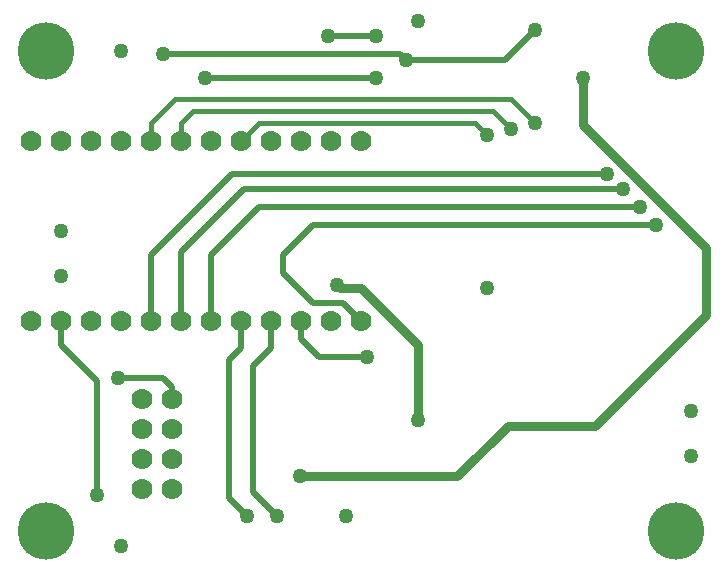
<source format=gbl>
G04 Layer_Physical_Order=2*
G04 Layer_Color=16711680*
%FSAX24Y24*%
%MOIN*%
G70*
G01*
G75*
%ADD28C,0.0200*%
%ADD29C,0.0150*%
%ADD30C,0.0300*%
%ADD31C,0.0700*%
%ADD32O,0.1900X0.1910*%
%ADD33C,0.0500*%
D28*
X014000Y021400D02*
Y022000D01*
Y021400D02*
X014600Y020800D01*
X016200D01*
X015400Y022600D02*
X016000Y022000D01*
X014400Y022600D02*
X015400D01*
X013400Y023600D02*
X014400Y022600D01*
X013400Y023600D02*
Y024200D01*
X014396Y025196D01*
X011000Y022000D02*
Y024200D01*
X012596Y025796D01*
X010000Y022000D02*
Y024300D01*
X009000Y022000D02*
Y024200D01*
X011700Y026900D01*
X024200D01*
X012400Y016300D02*
X013200Y015500D01*
X012400Y016300D02*
Y020500D01*
X013000Y021100D02*
Y022000D01*
X011600Y016100D02*
X012200Y015500D01*
X011600Y016100D02*
Y020700D01*
X012000Y021100D01*
Y022000D01*
X010000Y024300D02*
X012096Y026396D01*
X014396Y025196D02*
X025854D01*
X012596Y025796D02*
X025302D01*
X012096Y026396D02*
X024751D01*
X012400Y020500D02*
X013000Y021100D01*
X008000Y020100D02*
X009400D01*
X009700Y019800D01*
X007900Y020000D02*
Y020100D01*
Y020000D02*
X008000Y020100D01*
X006000Y021200D02*
X007200Y020000D01*
Y016200D02*
Y020000D01*
X006000Y021200D02*
Y022000D01*
X009700Y019300D02*
Y019400D01*
Y019800D01*
X014900Y031500D02*
X016500D01*
X010800Y030100D02*
X016500D01*
X009400Y030900D02*
X017300D01*
X017500Y030700D01*
X020800D01*
X021800Y031700D01*
D29*
X019800Y028600D02*
X020200Y028200D01*
X012600Y028600D02*
X019800D01*
X020400Y029000D02*
X021000Y028400D01*
X010400Y029000D02*
X020400D01*
X012000Y028000D02*
X012600Y028600D01*
X010000D02*
X010400Y029000D01*
X009800Y029400D02*
X021000D01*
X009000Y028600D02*
X009800Y029400D01*
X021000D02*
X021800Y028600D01*
X010000Y028000D02*
Y028600D01*
X009000Y028000D02*
Y028600D01*
D30*
X015200Y023200D02*
X015300Y023100D01*
X016000D01*
X023800Y018500D02*
X027500Y022200D01*
X020900Y018500D02*
X023800D01*
X023400Y028525D02*
X027500Y024425D01*
Y022200D02*
Y024425D01*
X023400Y028525D02*
Y030100D01*
X016000Y023100D02*
X017900Y021200D01*
Y018700D02*
Y021200D01*
X019222Y016822D02*
X020900Y018500D01*
X013978Y016822D02*
X019222D01*
D31*
X005000Y022000D02*
D03*
X006000D02*
D03*
X007000D02*
D03*
X008000D02*
D03*
X009000D02*
D03*
X010000D02*
D03*
X011000D02*
D03*
X012000D02*
D03*
X013000D02*
D03*
X014000D02*
D03*
X015000D02*
D03*
X016000D02*
D03*
Y028000D02*
D03*
X015000D02*
D03*
X014000D02*
D03*
X013000D02*
D03*
X012000D02*
D03*
X011000D02*
D03*
X010000D02*
D03*
X009000D02*
D03*
X008000D02*
D03*
X007000D02*
D03*
X006000D02*
D03*
X005000D02*
D03*
X008700Y016400D02*
D03*
X009700D02*
D03*
X008700Y017400D02*
D03*
X009700D02*
D03*
X008700Y018400D02*
D03*
X009700D02*
D03*
X008700Y019400D02*
D03*
X009700D02*
D03*
D32*
X026500Y031000D02*
D03*
X005500D02*
D03*
Y015000D02*
D03*
X026500D02*
D03*
D33*
X016200Y020800D02*
D03*
X020200Y028200D02*
D03*
X021000Y028400D02*
D03*
X021800Y028600D02*
D03*
X024200Y026900D02*
D03*
X023400Y030100D02*
D03*
X013200Y015500D02*
D03*
X012200D02*
D03*
X013978Y016822D02*
D03*
X025854Y025196D02*
D03*
X025302Y025796D02*
D03*
X024751Y026396D02*
D03*
X008000Y014500D02*
D03*
X015500Y015500D02*
D03*
X006000Y023500D02*
D03*
Y025000D02*
D03*
X020200Y023100D02*
D03*
X027000Y019000D02*
D03*
Y017500D02*
D03*
X017900Y032000D02*
D03*
X008000Y031000D02*
D03*
X015200Y023200D02*
D03*
X017900Y018700D02*
D03*
X007900Y020100D02*
D03*
X007200Y016200D02*
D03*
X016500Y031500D02*
D03*
X014900D02*
D03*
X016500Y030100D02*
D03*
X010800D02*
D03*
X021800Y031700D02*
D03*
X017500Y030700D02*
D03*
X009400Y030900D02*
D03*
M02*

</source>
